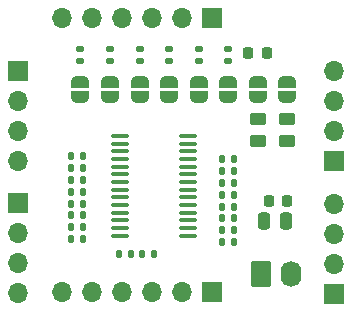
<source format=gbr>
%TF.GenerationSoftware,KiCad,Pcbnew,8.0.3-8.0.3-0~ubuntu22.04.1*%
%TF.CreationDate,2024-06-23T17:20:50+09:00*%
%TF.ProjectId,PCA9685_ver1,50434139-3638-4355-9f76-6572312e6b69,rev?*%
%TF.SameCoordinates,Original*%
%TF.FileFunction,Soldermask,Top*%
%TF.FilePolarity,Negative*%
%FSLAX46Y46*%
G04 Gerber Fmt 4.6, Leading zero omitted, Abs format (unit mm)*
G04 Created by KiCad (PCBNEW 8.0.3-8.0.3-0~ubuntu22.04.1) date 2024-06-23 17:20:50*
%MOMM*%
%LPD*%
G01*
G04 APERTURE LIST*
G04 Aperture macros list*
%AMRoundRect*
0 Rectangle with rounded corners*
0 $1 Rounding radius*
0 $2 $3 $4 $5 $6 $7 $8 $9 X,Y pos of 4 corners*
0 Add a 4 corners polygon primitive as box body*
4,1,4,$2,$3,$4,$5,$6,$7,$8,$9,$2,$3,0*
0 Add four circle primitives for the rounded corners*
1,1,$1+$1,$2,$3*
1,1,$1+$1,$4,$5*
1,1,$1+$1,$6,$7*
1,1,$1+$1,$8,$9*
0 Add four rect primitives between the rounded corners*
20,1,$1+$1,$2,$3,$4,$5,0*
20,1,$1+$1,$4,$5,$6,$7,0*
20,1,$1+$1,$6,$7,$8,$9,0*
20,1,$1+$1,$8,$9,$2,$3,0*%
%AMFreePoly0*
4,1,19,0.000000,0.744911,0.071157,0.744911,0.207708,0.704816,0.327430,0.627875,0.420627,0.520320,0.479746,0.390866,0.500000,0.250000,0.500000,-0.250000,0.479746,-0.390866,0.420627,-0.520320,0.327430,-0.627875,0.207708,-0.704816,0.071157,-0.744911,0.000000,-0.744911,0.000000,-0.750000,-0.500000,-0.750000,-0.500000,0.750000,0.000000,0.750000,0.000000,0.744911,0.000000,0.744911,
$1*%
%AMFreePoly1*
4,1,19,0.500000,-0.750000,0.000000,-0.750000,0.000000,-0.744911,-0.071157,-0.744911,-0.207708,-0.704816,-0.327430,-0.627875,-0.420627,-0.520320,-0.479746,-0.390866,-0.500000,-0.250000,-0.500000,0.250000,-0.479746,0.390866,-0.420627,0.520320,-0.327430,0.627875,-0.207708,0.704816,-0.071157,0.744911,0.000000,0.744911,0.000000,0.750000,0.500000,0.750000,0.500000,-0.750000,0.500000,-0.750000,
$1*%
G04 Aperture macros list end*
%ADD10R,1.700000X1.700000*%
%ADD11O,1.700000X1.700000*%
%ADD12RoundRect,0.135000X0.135000X0.185000X-0.135000X0.185000X-0.135000X-0.185000X0.135000X-0.185000X0*%
%ADD13RoundRect,0.100000X-0.637500X-0.100000X0.637500X-0.100000X0.637500X0.100000X-0.637500X0.100000X0*%
%ADD14RoundRect,0.250000X-0.450000X0.262500X-0.450000X-0.262500X0.450000X-0.262500X0.450000X0.262500X0*%
%ADD15RoundRect,0.135000X-0.185000X0.135000X-0.185000X-0.135000X0.185000X-0.135000X0.185000X0.135000X0*%
%ADD16RoundRect,0.135000X-0.135000X-0.185000X0.135000X-0.185000X0.135000X0.185000X-0.135000X0.185000X0*%
%ADD17FreePoly0,90.000000*%
%ADD18FreePoly1,90.000000*%
%ADD19FreePoly0,270.000000*%
%ADD20FreePoly1,270.000000*%
%ADD21O,1.740000X2.190000*%
%ADD22RoundRect,0.250000X-0.620000X-0.845000X0.620000X-0.845000X0.620000X0.845000X-0.620000X0.845000X0*%
%ADD23RoundRect,0.225000X0.225000X0.250000X-0.225000X0.250000X-0.225000X-0.250000X0.225000X-0.250000X0*%
%ADD24RoundRect,0.250000X0.250000X0.475000X-0.250000X0.475000X-0.250000X-0.475000X0.250000X-0.475000X0*%
G04 APERTURE END LIST*
D10*
%TO.C,J8*%
X104775000Y-94257500D03*
D11*
X104775000Y-91717500D03*
X104775000Y-89177500D03*
X104775000Y-86637500D03*
%TD*%
D12*
%TO.C,R1*%
X87560000Y-102087500D03*
X86540000Y-102087500D03*
%TD*%
D13*
%TO.C,U1*%
X92412500Y-92112500D03*
X92412500Y-92762500D03*
X92412500Y-93412500D03*
X92412500Y-94062500D03*
X92412500Y-94712500D03*
X92412500Y-95362500D03*
X92412500Y-96012500D03*
X92412500Y-96662500D03*
X92412500Y-97312500D03*
X92412500Y-97962500D03*
X92412500Y-98612500D03*
X92412500Y-99262500D03*
X92412500Y-99912500D03*
X92412500Y-100562500D03*
X86687500Y-100562500D03*
X86687500Y-99912500D03*
X86687500Y-99262500D03*
X86687500Y-98612500D03*
X86687500Y-97962500D03*
X86687500Y-97312500D03*
X86687500Y-96662500D03*
X86687500Y-96012500D03*
X86687500Y-95362500D03*
X86687500Y-94712500D03*
X86687500Y-94062500D03*
X86687500Y-93412500D03*
X86687500Y-92762500D03*
X86687500Y-92112500D03*
%TD*%
D14*
%TO.C,R26*%
X100800000Y-90675000D03*
X100800000Y-92500000D03*
%TD*%
%TO.C,R25*%
X98300000Y-90675000D03*
X98300000Y-92500000D03*
%TD*%
D15*
%TO.C,R24*%
X95800000Y-84777500D03*
X95800000Y-85797500D03*
%TD*%
%TO.C,R23*%
X93300000Y-84777500D03*
X93300000Y-85797500D03*
%TD*%
%TO.C,R22*%
X90820000Y-84777500D03*
X90820000Y-85797500D03*
%TD*%
%TO.C,R21*%
X88300000Y-84777500D03*
X88300000Y-85797500D03*
%TD*%
%TO.C,R20*%
X85800000Y-84767500D03*
X85800000Y-85787500D03*
%TD*%
%TO.C,R19*%
X83300000Y-84777500D03*
X83300000Y-85797500D03*
%TD*%
D16*
%TO.C,R18*%
X95290000Y-94087500D03*
X96310000Y-94087500D03*
%TD*%
%TO.C,R17*%
X95290000Y-95087500D03*
X96310000Y-95087500D03*
%TD*%
%TO.C,R16*%
X95290000Y-96087500D03*
X96310000Y-96087500D03*
%TD*%
%TO.C,R15*%
X95290000Y-97087500D03*
X96310000Y-97087500D03*
%TD*%
%TO.C,R14*%
X95290000Y-98087500D03*
X96310000Y-98087500D03*
%TD*%
%TO.C,R13*%
X95310000Y-99087500D03*
X96330000Y-99087500D03*
%TD*%
%TO.C,R12*%
X95310000Y-100087500D03*
X96330000Y-100087500D03*
%TD*%
%TO.C,R11*%
X95300000Y-101087500D03*
X96320000Y-101087500D03*
%TD*%
D12*
%TO.C,R10*%
X83550000Y-100837500D03*
X82530000Y-100837500D03*
%TD*%
%TO.C,R9*%
X83550000Y-99827500D03*
X82530000Y-99827500D03*
%TD*%
%TO.C,R8*%
X83550000Y-98837500D03*
X82530000Y-98837500D03*
%TD*%
%TO.C,R7*%
X83540000Y-97837500D03*
X82520000Y-97837500D03*
%TD*%
%TO.C,R6*%
X83530000Y-96837500D03*
X82510000Y-96837500D03*
%TD*%
%TO.C,R5*%
X83540000Y-95837500D03*
X82520000Y-95837500D03*
%TD*%
%TO.C,R4*%
X83530000Y-94837500D03*
X82510000Y-94837500D03*
%TD*%
%TO.C,R3*%
X83530000Y-93837500D03*
X82510000Y-93837500D03*
%TD*%
%TO.C,R2*%
X89560000Y-102087500D03*
X88540000Y-102087500D03*
%TD*%
D17*
%TO.C,JP8*%
X100800000Y-87537500D03*
D18*
X100800000Y-88837500D03*
%TD*%
D19*
%TO.C,JP7*%
X98300000Y-88837500D03*
D20*
X98300000Y-87537500D03*
%TD*%
D19*
%TO.C,JP6*%
X95800000Y-88837500D03*
D20*
X95800000Y-87537500D03*
%TD*%
D19*
%TO.C,JP5*%
X93300000Y-88837500D03*
D20*
X93300000Y-87537500D03*
%TD*%
%TO.C,JP4*%
X90800000Y-87537500D03*
D19*
X90800000Y-88837500D03*
%TD*%
D20*
%TO.C,JP3*%
X88300000Y-87537500D03*
D19*
X88300000Y-88837500D03*
%TD*%
D20*
%TO.C,JP2*%
X85800000Y-87537500D03*
D19*
X85800000Y-88837500D03*
%TD*%
D20*
%TO.C,JP1*%
X83300000Y-87537500D03*
D19*
X83300000Y-88837500D03*
%TD*%
D11*
%TO.C,J7*%
X104775000Y-97837500D03*
X104775000Y-100377500D03*
X104775000Y-102917500D03*
D10*
X104775000Y-105457500D03*
%TD*%
%TO.C,J6*%
X78050000Y-97797500D03*
D11*
X78050000Y-100337500D03*
X78050000Y-102877500D03*
X78050000Y-105417500D03*
%TD*%
D21*
%TO.C,J4*%
X101090000Y-103837500D03*
D22*
X98550000Y-103837500D03*
%TD*%
D10*
%TO.C,J3*%
X94400000Y-82087500D03*
D11*
X91860000Y-82087500D03*
X89320000Y-82087500D03*
X86780000Y-82087500D03*
X84240000Y-82087500D03*
X81700000Y-82087500D03*
%TD*%
D10*
%TO.C,J2*%
X94400000Y-105337500D03*
D11*
X91860000Y-105337500D03*
X89320000Y-105337500D03*
X86780000Y-105337500D03*
X84240000Y-105337500D03*
X81700000Y-105337500D03*
%TD*%
%TO.C,J1*%
X78050000Y-94217500D03*
X78050000Y-91677500D03*
X78050000Y-89137500D03*
D10*
X78050000Y-86597500D03*
%TD*%
D23*
%TO.C,C3*%
X99275000Y-97587500D03*
X100825000Y-97587500D03*
%TD*%
D24*
%TO.C,C2*%
X98825000Y-99337500D03*
X100725000Y-99337500D03*
%TD*%
D23*
%TO.C,C1*%
X99075000Y-85087500D03*
X97525000Y-85087500D03*
%TD*%
M02*

</source>
